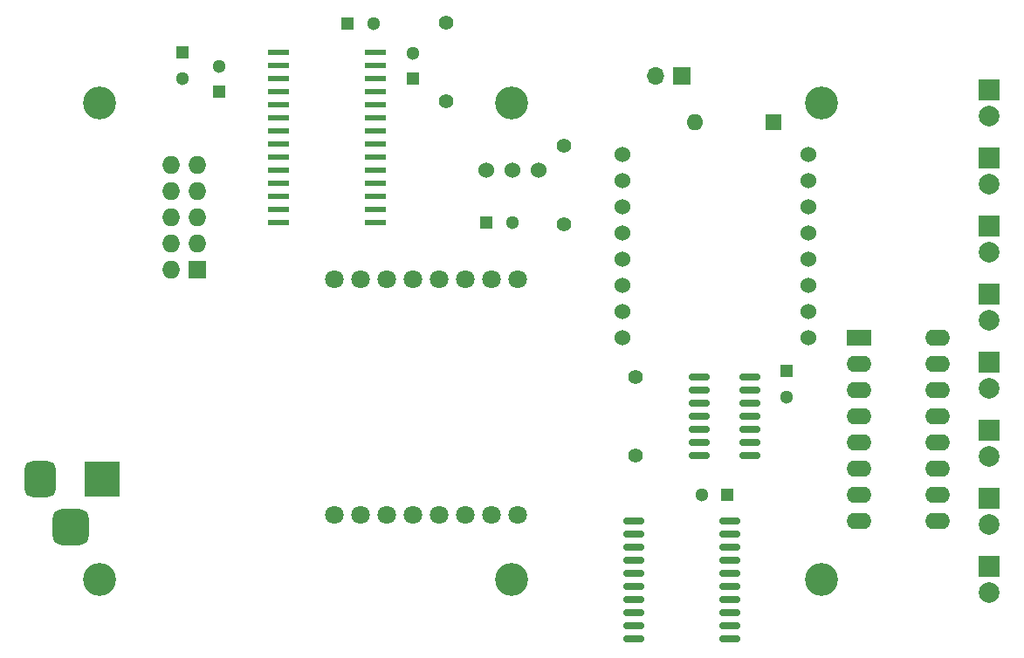
<source format=gts>
G04 #@! TF.GenerationSoftware,KiCad,Pcbnew,6.0.8+dfsg-1~bpo11+1+rpt1*
G04 #@! TF.CreationDate,2024-04-17T15:14:35-06:00*
G04 #@! TF.ProjectId,RetroWiFiModem,52657472-6f57-4694-9669-4d6f64656d2e,0.3*
G04 #@! TF.SameCoordinates,Original*
G04 #@! TF.FileFunction,Soldermask,Top*
G04 #@! TF.FilePolarity,Negative*
%FSLAX46Y46*%
G04 Gerber Fmt 4.6, Leading zero omitted, Abs format (unit mm)*
G04 Created by KiCad (PCBNEW 6.0.8+dfsg-1~bpo11+1+rpt1) date 2024-04-17 15:14:35*
%MOMM*%
%LPD*%
G01*
G04 APERTURE LIST*
G04 Aperture macros list*
%AMRoundRect*
0 Rectangle with rounded corners*
0 $1 Rounding radius*
0 $2 $3 $4 $5 $6 $7 $8 $9 X,Y pos of 4 corners*
0 Add a 4 corners polygon primitive as box body*
4,1,4,$2,$3,$4,$5,$6,$7,$8,$9,$2,$3,0*
0 Add four circle primitives for the rounded corners*
1,1,$1+$1,$2,$3*
1,1,$1+$1,$4,$5*
1,1,$1+$1,$6,$7*
1,1,$1+$1,$8,$9*
0 Add four rect primitives between the rounded corners*
20,1,$1+$1,$2,$3,$4,$5,0*
20,1,$1+$1,$4,$5,$6,$7,0*
20,1,$1+$1,$6,$7,$8,$9,0*
20,1,$1+$1,$8,$9,$2,$3,0*%
G04 Aperture macros list end*
%ADD10R,1.300000X1.300000*%
%ADD11C,1.300000*%
%ADD12R,2.000000X2.000000*%
%ADD13C,2.000000*%
%ADD14R,1.727200X1.727200*%
%ADD15O,1.727200X1.727200*%
%ADD16C,1.397000*%
%ADD17C,1.524000*%
%ADD18R,3.500000X3.500000*%
%ADD19RoundRect,0.750000X-0.750000X-1.000000X0.750000X-1.000000X0.750000X1.000000X-0.750000X1.000000X0*%
%ADD20RoundRect,0.875000X-0.875000X-0.875000X0.875000X-0.875000X0.875000X0.875000X-0.875000X0.875000X0*%
%ADD21RoundRect,0.150000X-0.875000X-0.150000X0.875000X-0.150000X0.875000X0.150000X-0.875000X0.150000X0*%
%ADD22C,1.800000*%
%ADD23RoundRect,0.150000X-0.825000X-0.150000X0.825000X-0.150000X0.825000X0.150000X-0.825000X0.150000X0*%
%ADD24R,2.400000X1.600000*%
%ADD25O,2.400000X1.600000*%
%ADD26R,2.000000X0.600000*%
%ADD27R,1.600000X1.600000*%
%ADD28O,1.600000X1.600000*%
%ADD29R,1.700000X1.700000*%
%ADD30O,1.700000X1.700000*%
%ADD31C,3.200000*%
G04 APERTURE END LIST*
D10*
X127508000Y-80899000D03*
D11*
X127508000Y-83399000D03*
D10*
X131064000Y-84709000D03*
D11*
X131064000Y-82209000D03*
D10*
X143510000Y-78105000D03*
D11*
X146010000Y-78105000D03*
D10*
X149860000Y-83439000D03*
D11*
X149860000Y-80939000D03*
D10*
X180340000Y-123825000D03*
D11*
X177840000Y-123825000D03*
D10*
X156972000Y-97409000D03*
D11*
X159472000Y-97409000D03*
D12*
X205740000Y-130744000D03*
D13*
X205740000Y-133284000D03*
D12*
X205740000Y-124140000D03*
D13*
X205740000Y-126680000D03*
D12*
X205740000Y-117536000D03*
D13*
X205740000Y-120076000D03*
D12*
X205740000Y-110932000D03*
D13*
X205740000Y-113472000D03*
D12*
X205740000Y-104328000D03*
D13*
X205740000Y-106868000D03*
D12*
X205740000Y-97724000D03*
D13*
X205740000Y-100264000D03*
D12*
X205740000Y-91120000D03*
D13*
X205740000Y-93660000D03*
D12*
X205740000Y-84516000D03*
D13*
X205740000Y-87056000D03*
D14*
X128905000Y-101965000D03*
D15*
X126365000Y-101965000D03*
X128905000Y-99425000D03*
X126365000Y-99425000D03*
X128905000Y-96885000D03*
X126365000Y-96885000D03*
X128905000Y-94345000D03*
X126365000Y-94345000D03*
X128905000Y-91805000D03*
X126365000Y-91805000D03*
D16*
X153035000Y-77978000D03*
X153035000Y-85598000D03*
D10*
X186055000Y-111760000D03*
D11*
X186055000Y-114260000D03*
D17*
X156972000Y-92329000D03*
X159512000Y-92329000D03*
X162052000Y-92329000D03*
D18*
X119665000Y-122232500D03*
D19*
X113665000Y-122232500D03*
D20*
X116665000Y-126932500D03*
D21*
X171245000Y-126365000D03*
X171245000Y-127635000D03*
X171245000Y-128905000D03*
X171245000Y-130175000D03*
X171245000Y-131445000D03*
X171245000Y-132715000D03*
X171245000Y-133985000D03*
X171245000Y-135255000D03*
X171245000Y-136525000D03*
X171245000Y-137795000D03*
X180545000Y-137795000D03*
X180545000Y-136525000D03*
X180545000Y-135255000D03*
X180545000Y-133985000D03*
X180545000Y-132715000D03*
X180545000Y-131445000D03*
X180545000Y-130175000D03*
X180545000Y-128905000D03*
X180545000Y-127635000D03*
X180545000Y-126365000D03*
D22*
X142240000Y-125730000D03*
X144780000Y-125730000D03*
X147320000Y-125730000D03*
X149860000Y-125730000D03*
X152400000Y-125730000D03*
X154940000Y-125730000D03*
X157480000Y-125730000D03*
X160020000Y-125730000D03*
X160020000Y-102870000D03*
X157480000Y-102870000D03*
X154940000Y-102870000D03*
X152400000Y-102870000D03*
X149860000Y-102870000D03*
X147320000Y-102870000D03*
X144780000Y-102870000D03*
X142240000Y-102870000D03*
D23*
X177611000Y-112395000D03*
X177611000Y-113665000D03*
X177611000Y-114935000D03*
X177611000Y-116205000D03*
X177611000Y-117475000D03*
X177611000Y-118745000D03*
X177611000Y-120015000D03*
X182561000Y-120015000D03*
X182561000Y-118745000D03*
X182561000Y-117475000D03*
X182561000Y-116205000D03*
X182561000Y-114935000D03*
X182561000Y-113665000D03*
X182561000Y-112395000D03*
D24*
X193103500Y-108585000D03*
D25*
X193103500Y-111125000D03*
X193103500Y-113665000D03*
X193103500Y-116205000D03*
X193103500Y-118745000D03*
X193103500Y-121285000D03*
X193103500Y-123825000D03*
X193103500Y-126365000D03*
X200723500Y-126365000D03*
X200723500Y-123825000D03*
X200723500Y-121285000D03*
X200723500Y-118745000D03*
X200723500Y-116205000D03*
X200723500Y-113665000D03*
X200723500Y-111125000D03*
X200723500Y-108585000D03*
D17*
X170180000Y-90805000D03*
X170180000Y-93345000D03*
X170180000Y-95885000D03*
X170180000Y-98425000D03*
X170180000Y-100965000D03*
X170180000Y-103505000D03*
X170180000Y-106045000D03*
X170180000Y-108585000D03*
X188214000Y-108585000D03*
X188214000Y-106045000D03*
X188214000Y-103505000D03*
X188214000Y-100965000D03*
X188214000Y-98425000D03*
X188214000Y-95885000D03*
X188214000Y-93345000D03*
X188214000Y-90805000D03*
D26*
X136778000Y-80899000D03*
X136778000Y-82169000D03*
X136778000Y-83439000D03*
X136778000Y-84709000D03*
X136778000Y-85979000D03*
X136778000Y-87249000D03*
X136778000Y-88519000D03*
X136778000Y-89789000D03*
X136778000Y-91059000D03*
X136778000Y-92329000D03*
X136778000Y-93599000D03*
X136778000Y-94869000D03*
X136778000Y-96139000D03*
X136778000Y-97409000D03*
X146178000Y-97409000D03*
X146178000Y-96139000D03*
X146178000Y-94869000D03*
X146178000Y-93599000D03*
X146178000Y-92329000D03*
X146178000Y-91059000D03*
X146178000Y-89789000D03*
X146178000Y-88519000D03*
X146178000Y-87249000D03*
X146178000Y-85979000D03*
X146178000Y-84709000D03*
X146178000Y-83439000D03*
X146178000Y-82169000D03*
X146178000Y-80899000D03*
D27*
X184785000Y-87630000D03*
D28*
X177165000Y-87630000D03*
D29*
X175895000Y-83185000D03*
D30*
X173355000Y-83185000D03*
D16*
X164465000Y-89916000D03*
X164465000Y-97536000D03*
X171450000Y-120015000D03*
X171450000Y-112395000D03*
D31*
X159450000Y-85770000D03*
X189450000Y-85770000D03*
X119450000Y-132020000D03*
X159450000Y-132020000D03*
X119450000Y-85770000D03*
X189450000Y-132020000D03*
M02*

</source>
